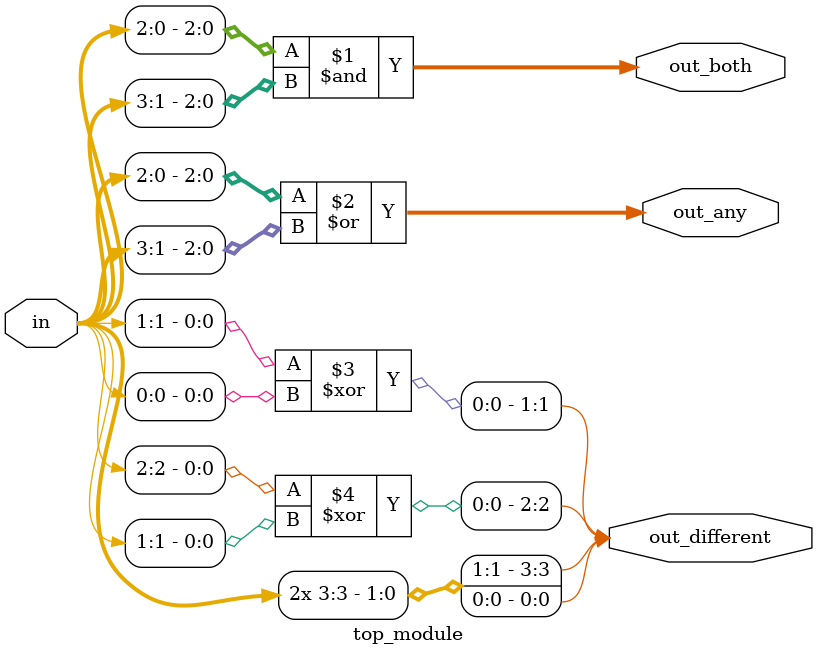
<source format=sv>
module top_module (
	input [3:0] in,
	output [2:0] out_both,
	output [3:1] out_any,
	output [3:0] out_different
);

	assign out_both = in[2:0] & in[3:1];
	assign out_any = in[2:0] | in[3:1];
	assign out_different = {in[3], in[2] ^ in[1], in[1] ^ in[0], in[3]};

endmodule

</source>
